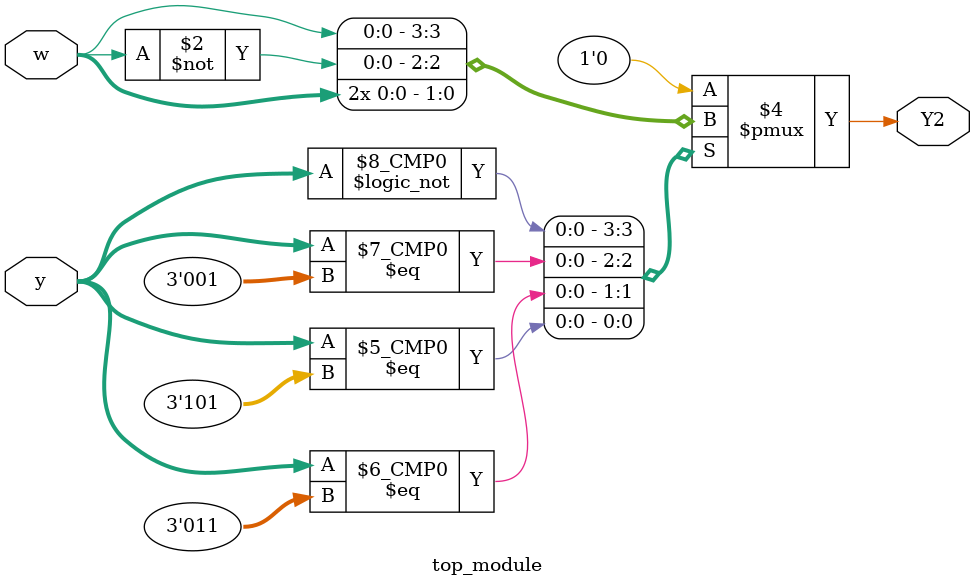
<source format=sv>
module top_module(
    input [3:1] y,
    input w,
    output reg Y2
);

always @(*) begin
    case (y)
        3'b000: Y2 = w;
        3'b001: Y2 = ~w;
        3'b010: Y2 = 1'b0;
        3'b011: Y2 = w;
        3'b100: Y2 = 1'b0;
        3'b101: Y2 = w;
        default: Y2 = 1'b0;
    endcase
end

endmodule

</source>
